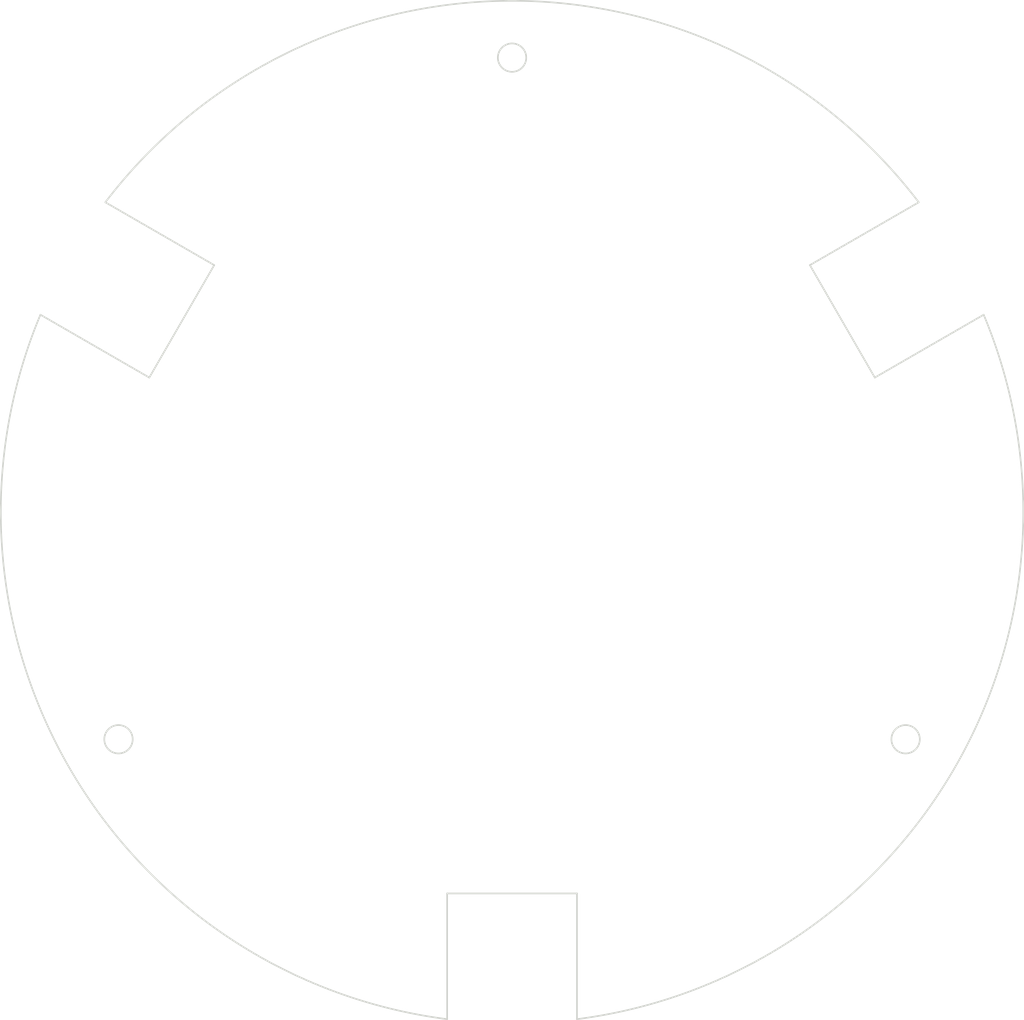
<source format=kicad_pcb>
(kicad_pcb
	(version 20240108)
	(generator "pcbnew")
	(generator_version "8.0")
	(general
		(thickness 1.6)
		(legacy_teardrops no)
	)
	(paper "A4")
	(layers
		(0 "F.Cu" signal)
		(31 "B.Cu" signal)
		(32 "B.Adhes" user "B.Adhesive")
		(33 "F.Adhes" user "F.Adhesive")
		(34 "B.Paste" user)
		(35 "F.Paste" user)
		(36 "B.SilkS" user "B.Silkscreen")
		(37 "F.SilkS" user "F.Silkscreen")
		(38 "B.Mask" user)
		(39 "F.Mask" user)
		(40 "Dwgs.User" user "User.Drawings")
		(41 "Cmts.User" user "User.Comments")
		(42 "Eco1.User" user "User.Eco1")
		(43 "Eco2.User" user "User.Eco2")
		(44 "Edge.Cuts" user)
		(45 "Margin" user)
		(46 "B.CrtYd" user "B.Courtyard")
		(47 "F.CrtYd" user "F.Courtyard")
		(48 "B.Fab" user)
		(49 "F.Fab" user)
		(50 "User.1" user)
		(51 "User.2" user)
		(52 "User.3" user)
		(53 "User.4" user)
		(54 "User.5" user)
		(55 "User.6" user)
		(56 "User.7" user)
		(57 "User.8" user)
		(58 "User.9" user)
	)
	(setup
		(stackup
			(layer "F.SilkS"
				(type "Top Silk Screen")
			)
			(layer "F.Paste"
				(type "Top Solder Paste")
			)
			(layer "F.Mask"
				(type "Top Solder Mask")
				(thickness 0.01)
			)
			(layer "F.Cu"
				(type "copper")
				(thickness 0.035)
			)
			(layer "dielectric 1"
				(type "core")
				(thickness 1.51)
				(material "FR4")
				(epsilon_r 4.5)
				(loss_tangent 0.02)
			)
			(layer "B.Cu"
				(type "copper")
				(thickness 0.035)
			)
			(layer "B.Mask"
				(type "Bottom Solder Mask")
				(thickness 0.01)
			)
			(layer "B.Paste"
				(type "Bottom Solder Paste")
			)
			(layer "B.SilkS"
				(type "Bottom Silk Screen")
			)
			(copper_finish "None")
			(dielectric_constraints no)
		)
		(pad_to_mask_clearance 0)
		(allow_soldermask_bridges_in_footprints no)
		(pcbplotparams
			(layerselection 0x00010fc_ffffffff)
			(plot_on_all_layers_selection 0x0000000_00000000)
			(disableapertmacros no)
			(usegerberextensions no)
			(usegerberattributes yes)
			(usegerberadvancedattributes yes)
			(creategerberjobfile yes)
			(dashed_line_dash_ratio 12.000000)
			(dashed_line_gap_ratio 3.000000)
			(svgprecision 4)
			(plotframeref no)
			(viasonmask no)
			(mode 1)
			(useauxorigin no)
			(hpglpennumber 1)
			(hpglpenspeed 20)
			(hpglpendiameter 15.000000)
			(pdf_front_fp_property_popups yes)
			(pdf_back_fp_property_popups yes)
			(dxfpolygonmode yes)
			(dxfimperialunits yes)
			(dxfusepcbnewfont yes)
			(psnegative no)
			(psa4output no)
			(plotreference yes)
			(plotvalue yes)
			(plotfptext yes)
			(plotinvisibletext no)
			(sketchpadsonfab no)
			(subtractmaskfromsilk no)
			(outputformat 1)
			(mirror no)
			(drillshape 1)
			(scaleselection 1)
			(outputdirectory "")
		)
	)
	(net 0 "")
	(gr_line
		(start 120.712805 157.363999)
		(end 120.712805 141.874001)
		(stroke
			(width 0.2)
			(type solid)
		)
		(layer "Edge.Cuts")
		(uuid "09b8c23a-1f51-471f-a565-35cede87b007")
	)
	(gr_line
		(start 104.712805 141.874001)
		(end 104.712805 157.363999)
		(stroke
			(width 0.2)
			(type solid)
		)
		(layer "Edge.Cuts")
		(uuid "166a0128-0c36-41f1-8b13-ecc424346e09")
	)
	(gr_line
		(start 162.830732 56.700797)
		(end 149.416 64.445796)
		(stroke
			(width 0.2)
			(type solid)
		)
		(layer "Edge.Cuts")
		(uuid "2ce54812-1458-4f63-9cd5-9c4ea2b928c7")
	)
	(gr_line
		(start 149.416 64.445796)
		(end 157.416 78.302203)
		(stroke
			(width 0.2)
			(type solid)
		)
		(layer "Edge.Cuts")
		(uuid "408764ba-3130-4400-bb85-3a224ef40bc6")
	)
	(gr_circle
		(center 64.215382 122.874)
		(end 64.215382 124.624)
		(stroke
			(width 0.2)
			(type solid)
		)
		(fill none)
		(layer "Edge.Cuts")
		(uuid "47839536-f448-4306-afd0-269b7f953c80")
	)
	(gr_circle
		(center 112.712805 38.874)
		(end 112.712805 40.624)
		(stroke
			(width 0.2)
			(type solid)
		)
		(fill none)
		(layer "Edge.Cuts")
		(uuid "5c310ec8-37a9-435e-b528-3f39bd97f642")
	)
	(gr_arc
		(start 170.830732 70.557204)
		(mid 167.272405 126.374)
		(end 120.712805 157.363999)
		(stroke
			(width 0.2)
			(type solid)
		)
		(layer "Edge.Cuts")
		(uuid "623a9802-1b4d-4df5-8d45-780ff481b41d")
	)
	(gr_line
		(start 68.00961 78.302203)
		(end 76.00961 64.445796)
		(stroke
			(width 0.2)
			(type solid)
		)
		(layer "Edge.Cuts")
		(uuid "65b451d2-6755-4079-a72e-6c761de1e828")
	)
	(gr_arc
		(start 104.712805 157.363999)
		(mid 58.153205 126.374)
		(end 54.594878 70.557204)
		(stroke
			(width 0.2)
			(type solid)
		)
		(layer "Edge.Cuts")
		(uuid "7e5c99e4-9ee6-4538-ac20-69fd0baad7b4")
	)
	(gr_circle
		(center 161.210228 122.874)
		(end 161.210228 124.624)
		(stroke
			(width 0.2)
			(type solid)
		)
		(fill none)
		(layer "Edge.Cuts")
		(uuid "94c514a5-5a45-4bf1-a2bb-0f660a451db5")
	)
	(gr_line
		(start 54.594878 70.557204)
		(end 68.00961 78.302203)
		(stroke
			(width 0.2)
			(type solid)
		)
		(layer "Edge.Cuts")
		(uuid "be93f8ce-a520-4d6d-8ea7-5687b0ea8049")
	)
	(gr_line
		(start 120.712805 141.874001)
		(end 104.712805 141.874001)
		(stroke
			(width 0.2)
			(type solid)
		)
		(layer "Edge.Cuts")
		(uuid "d4da4b82-c26a-474e-8f0e-cf65430ccbda")
	)
	(gr_line
		(start 157.416 78.302203)
		(end 170.830732 70.557204)
		(stroke
			(width 0.2)
			(type solid)
		)
		(layer "Edge.Cuts")
		(uuid "d9ef36b6-9cc1-4cf3-8450-1d7c94a52837")
	)
	(gr_line
		(start 76.00961 64.445796)
		(end 62.594878 56.700797)
		(stroke
			(width 0.2)
			(type solid)
		)
		(layer "Edge.Cuts")
		(uuid "ee949416-f8c1-4a6e-8aad-446d1e79eced")
	)
	(gr_arc
		(start 62.594878 56.700797)
		(mid 112.712805 31.874)
		(end 162.830732 56.700797)
		(stroke
			(width 0.2)
			(type solid)
		)
		(layer "Edge.Cuts")
		(uuid "f076d7ab-7db0-404b-a4b5-2c81582e7668")
	)
	(group ""
		(uuid "324d6864-1f71-4817-a239-f9279aa4a756")
		(members "09b8c23a-1f51-471f-a565-35cede87b007" "166a0128-0c36-41f1-8b13-ecc424346e09"
			"2ce54812-1458-4f63-9cd5-9c4ea2b928c7" "408764ba-3130-4400-bb85-3a224ef40bc6"
			"47839536-f448-4306-afd0-269b7f953c80" "5c310ec8-37a9-435e-b528-3f39bd97f642"
			"623a9802-1b4d-4df5-8d45-780ff481b41d" "65b451d2-6755-4079-a72e-6c761de1e828"
			"7e5c99e4-9ee6-4538-ac20-69fd0baad7b4" "94c514a5-5a45-4bf1-a2bb-0f660a451db5"
			"be93f8ce-a520-4d6d-8ea7-5687b0ea8049" "d4da4b82-c26a-474e-8f0e-cf65430ccbda"
			"d9ef36b6-9cc1-4cf3-8450-1d7c94a52837" "ee949416-f8c1-4a6e-8aad-446d1e79eced"
			"f076d7ab-7db0-404b-a4b5-2c81582e7668"
		)
	)
)
</source>
